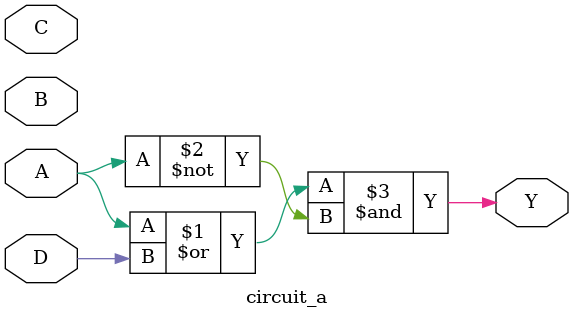
<source format=v>
module circuit_a(
    input A, B, C, D,
    output Y
);

    assign Y = (A | D) & ~A;

endmodule

</source>
